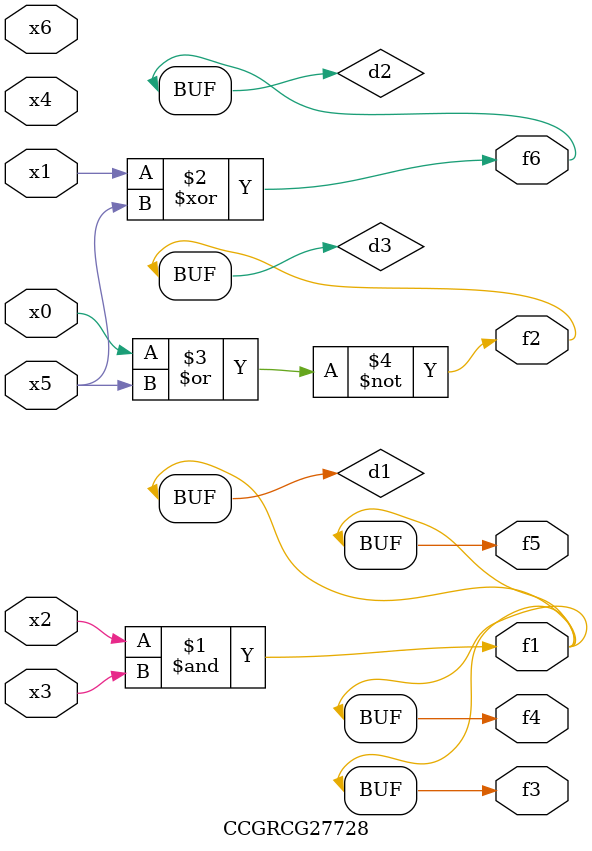
<source format=v>
module CCGRCG27728(
	input x0, x1, x2, x3, x4, x5, x6,
	output f1, f2, f3, f4, f5, f6
);

	wire d1, d2, d3;

	and (d1, x2, x3);
	xor (d2, x1, x5);
	nor (d3, x0, x5);
	assign f1 = d1;
	assign f2 = d3;
	assign f3 = d1;
	assign f4 = d1;
	assign f5 = d1;
	assign f6 = d2;
endmodule

</source>
